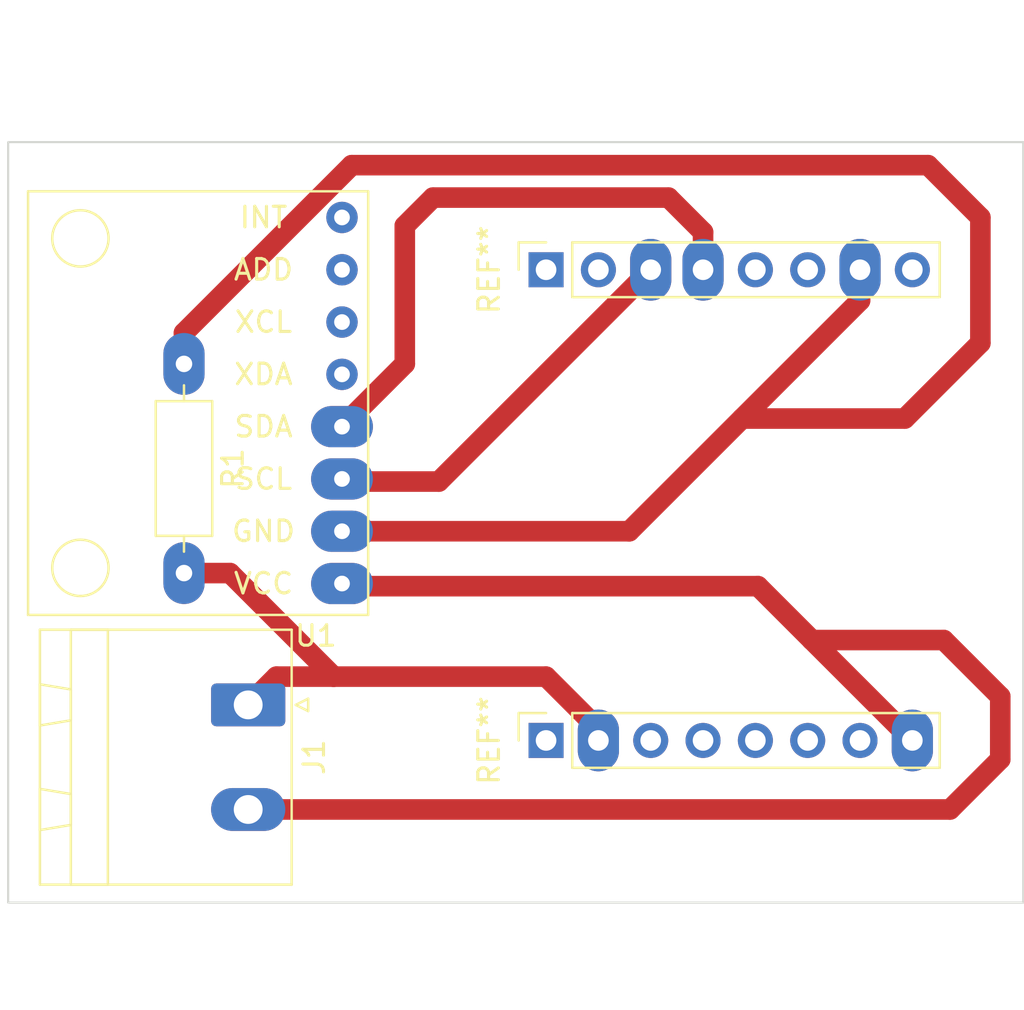
<source format=kicad_pcb>
(kicad_pcb (version 20211014) (generator pcbnew)
  (layers (0 "F.Cu" signal) (31 "B.Cu" signal) (34 "B.Paste" user) (35 "F.Paste" user) (36 "B.SilkS" user "B.Silkscreen") (37 "F.SilkS" user "F.Silkscreen") (38 "B.Mask" user) (39 "F.Mask" user) (44 "Edge.Cuts" user))
  (net 0 "")
  (footprint "Connector_PinSocket_2.54mm:PinSocket_1x08_P2.54mm_Vertical" (layer "F.Cu") (at 138.8872 82.0166 90)
    (fp_text reference "REF**" (at 0 -2.77 90) (layer "F.SilkS"))
    (fp_text value "PinSocket_1x08_P2.54mm_Vertical")
    (fp_line (start 0 -1.33) (end 1.33 -1.33) (layer "F.SilkS") (width 0.12))
    (fp_line (start -1.33 1.27) (end -1.33 19.11) (layer "F.SilkS") (width 0.12))
    (fp_line (start 1.33 1.27) (end 1.33 19.11) (layer "F.SilkS") (width 0.12))
    (fp_line (start -1.33 19.11) (end 1.33 19.11) (layer "F.SilkS") (width 0.12))
    (fp_line (start 1.33 -1.33) (end 1.33 0) (layer "F.SilkS") (width 0.12))
    (fp_line (start -1.33 1.27) (end 1.33 1.27) (layer "F.SilkS") (width 0.12))
    (pad "1" thru_hole rect (at 0 0 90) (size 1.7 1.7) (drill 1) (layers *.Cu *.Mask))
    (pad "2" thru_hole oval (at 0 2.54 90) (size 1.7 1.7) (drill 1) (layers *.Cu *.Mask))
    (pad "3" thru_hole oval (at 0 5.08 90) (size 3 2) (drill 1) (layers *.Cu *.Mask))
    (pad "4" thru_hole oval (at 0 7.62 90) (size 3 2) (drill 1) (layers *.Cu *.Mask))
    (pad "5" thru_hole oval (at 0 10.16 90) (size 1.7 1.7) (drill 1) (layers *.Cu *.Mask))
    (pad "6" thru_hole oval (at 0 12.7 90) (size 1.7 1.7) (drill 1) (layers *.Cu *.Mask))
    (pad "7" thru_hole oval (at 0 15.24 90) (size 3 2) (drill 1) (layers *.Cu *.Mask))
    (pad "8" thru_hole oval (at 0 17.78 90) (size 1.7 1.7) (drill 1) (layers *.Cu *.Mask))
  )
  (footprint "usini_sensors:module_mpu6050" (layer "F.Cu") (at 128.9812 79.4766 180)
    (fp_text reference "U1" (at 1.27 -20.32) (layer "F.SilkS"))
    (fp_text value "module_mpu6050")
    (fp_text user "ADD" (at 3.81 -2.54) (layer "F.SilkS"))
    (fp_text user "SCL" (at 3.81 -12.7) (layer "F.SilkS"))
    (fp_text user "GND" (at 3.81 -15.24) (layer "F.SilkS"))
    (fp_text user "XDA" (at 3.81 -7.62) (layer "F.SilkS"))
    (fp_text user "SDA" (at 3.81 -10.16) (layer "F.SilkS"))
    (fp_text user "VCC" (at 3.81 -17.78) (layer "F.SilkS"))
    (fp_text user "INT" (at 3.81 0) (layer "F.SilkS"))
    (fp_text user "XCL" (at 3.81 -5.08) (layer "F.SilkS"))
    (fp_line (start 15.24 1.27) (end -1.27 1.27) (layer "F.SilkS") (width 0.12))
    (fp_line (start -1.27 1.27) (end -1.27 -19.304) (layer "F.SilkS") (width 0.12))
    (fp_line (start -1.27 -19.304) (end 15.24 -19.304) (layer "F.SilkS") (width 0.12))
    (fp_line (start 15.24 -19.304) (end 15.24 1.27) (layer "F.SilkS") (width 0.12))
    (fp_circle (center 12.7 -1.016) (end 13.208 0.254) (layer "F.SilkS") (width 0.12) (fill none))
    (fp_circle (center 12.7 -17.018) (end 13.208 -15.748) (layer "F.SilkS") (width 0.12) (fill none))
    (pad "1" thru_hole oval locked (at 0 -17.78 180) (size 3 2) (drill 0.762) (layers *.Cu *.Mask))
    (pad "2" thru_hole oval locked (at 0 -15.24 180) (size 3 2) (drill 0.762) (layers *.Cu *.Mask))
    (pad "3" thru_hole oval locked (at 0 -12.7 180) (size 3 2) (drill 0.762) (layers *.Cu *.Mask))
    (pad "4" thru_hole oval locked (at 0 -10.16 180) (size 3 2) (drill 0.762) (layers *.Cu *.Mask))
    (pad "5" thru_hole circle locked (at 0 -7.62 180) (size 1.524 1.524) (drill 0.762) (layers *.Cu *.Mask))
    (pad "6" thru_hole circle locked (at 0 -5.08 180) (size 1.524 1.524) (drill 0.762) (layers *.Cu *.Mask))
    (pad "7" thru_hole circle locked (at 0 -2.54 180) (size 1.524 1.524) (drill 0.762) (layers *.Cu *.Mask))
    (pad "8" thru_hole circle locked (at 0 0 180) (size 1.524 1.524) (drill 0.762) (layers *.Cu *.Mask))
  )
  (footprint "Resistor_THT:R_Axial_DIN0207_L6.3mm_D2.5mm_P10.16mm_Horizontal" (layer "F.Cu") (at 121.3104 86.5886 -90)
    (fp_text reference "R1" (at 5.08 -2.37 90) (layer "F.SilkS"))
    (fp_text value "R")
    (fp_line (start 8.35 1.37) (end 8.35 -1.37) (layer "F.SilkS") (width 0.12))
    (fp_line (start 1.81 1.37) (end 8.35 1.37) (layer "F.SilkS") (width 0.12))
    (fp_line (start 1.04 0) (end 1.81 0) (layer "F.SilkS") (width 0.12))
    (fp_line (start 1.81 -1.37) (end 1.81 1.37) (layer "F.SilkS") (width 0.12))
    (fp_line (start 8.35 -1.37) (end 1.81 -1.37) (layer "F.SilkS") (width 0.12))
    (fp_line (start 9.12 0) (end 8.35 0) (layer "F.SilkS") (width 0.12))
    (pad "1" thru_hole oval (at 0 0 270) (size 3 2) (drill 0.8) (layers *.Cu *.Mask))
    (pad "2" thru_hole oval (at 10.16 0 270) (size 3 2) (drill 0.8) (layers *.Cu *.Mask))
  )
  (footprint "Connector_PinSocket_2.54mm:PinSocket_1x08_P2.54mm_Vertical" (layer "F.Cu") (at 138.8872 104.8766 90)
    (fp_text reference "REF**" (at 0 -2.77 90) (layer "F.SilkS"))
    (fp_text value "PinSocket_1x08_P2.54mm_Vertical")
    (fp_line (start -1.33 1.27) (end 1.33 1.27) (layer "F.SilkS") (width 0.12))
    (fp_line (start 1.33 -1.33) (end 1.33 0) (layer "F.SilkS") (width 0.12))
    (fp_line (start 1.33 1.27) (end 1.33 19.11) (layer "F.SilkS") (width 0.12))
    (fp_line (start 0 -1.33) (end 1.33 -1.33) (layer "F.SilkS") (width 0.12))
    (fp_line (start -1.33 1.27) (end -1.33 19.11) (layer "F.SilkS") (width 0.12))
    (fp_line (start -1.33 19.11) (end 1.33 19.11) (layer "F.SilkS") (width 0.12))
    (pad "1" thru_hole rect (at 0 0 90) (size 1.7 1.7) (drill 1) (layers *.Cu *.Mask))
    (pad "2" thru_hole oval (at 0 2.54 90) (size 3 2) (drill 1) (layers *.Cu *.Mask))
    (pad "3" thru_hole oval (at 0 5.08 90) (size 1.7 1.7) (drill 1) (layers *.Cu *.Mask))
    (pad "4" thru_hole oval (at 0 7.62 90) (size 1.7 1.7) (drill 1) (layers *.Cu *.Mask))
    (pad "5" thru_hole oval (at 0 10.16 90) (size 1.7 1.7) (drill 1) (layers *.Cu *.Mask))
    (pad "6" thru_hole oval (at 0 12.7 90) (size 1.7 1.7) (drill 1) (layers *.Cu *.Mask))
    (pad "7" thru_hole oval (at 0 15.24 90) (size 1.7 1.7) (drill 1) (layers *.Cu *.Mask))
    (pad "8" thru_hole oval (at 0 17.78 90) (size 3 2) (drill 1) (layers *.Cu *.Mask))
  )
  (footprint "Connector_Phoenix_MSTB:PhoenixContact_MSTBA_2,5_2-G-5,08_1x02_P5.08mm_Horizontal" (layer "F.Cu") (at 124.4275 103.1494 -90)
    (fp_text reference "J1" (at 2.54 -3.2 90) (layer "F.SilkS"))
    (fp_text value "Screw_Terminal_01x02")
    (fp_line (start -3.65 10.11) (end 8.73 10.11) (layer "F.SilkS") (width 0.12))
    (fp_line (start 0 -2.31) (end -0.3 -2.91) (layer "F.SilkS") (width 0.12))
    (fp_line (start 1 10.11) (end 0.75 8.61) (layer "F.SilkS") (width 0.12))
    (fp_line (start -0.3 -2.91) (end 0.3 -2.91) (layer "F.SilkS") (width 0.12))
    (fp_line (start 8.73 10.11) (end 8.73 -2.11) (layer "F.SilkS") (width 0.12))
    (fp_line (start -1 10.11) (end 1 10.11) (layer "F.SilkS") (width 0.12))
    (fp_line (start 8.73 -2.11) (end -3.65 -2.11) (layer "F.SilkS") (width 0.12))
    (fp_line (start 8.73 6.81) (end 8.73 8.61) (layer "F.SilkS") (width 0.12))
    (fp_line (start 4.08 10.11) (end 6.08 10.11) (layer "F.SilkS") (width 0.12))
    (fp_line (start -3.65 6.81) (end 8.73 6.81) (layer "F.SilkS") (width 0.12))
    (fp_line (start -3.65 -2.11) (end -3.65 10.11) (layer "F.SilkS") (width 0.12))
    (fp_line (start 5.83 8.61) (end 4.33 8.61) (layer "F.SilkS") (width 0.12))
    (fp_line (start 4.33 8.61) (end 4.08 10.11) (layer "F.SilkS") (width 0.12))
    (fp_line (start -0.75 8.61) (end -1 10.11) (layer "F.SilkS") (width 0.12))
    (fp_line (start 6.08 10.11) (end 5.83 8.61) (layer "F.SilkS") (width 0.12))
    (fp_line (start 0.3 -2.91) (end 0 -2.31) (layer "F.SilkS") (width 0.12))
    (fp_line (start 0.75 8.61) (end -0.75 8.61) (layer "F.SilkS") (width 0.12))
    (fp_line (start 8.73 8.61) (end -3.65 8.61) (layer "F.SilkS") (width 0.12))
    (fp_line (start -3.65 8.61) (end -3.65 6.81) (layer "F.SilkS") (width 0.12))
    (pad "1" thru_hole roundrect (at 0 0 270) (size 2.08 3.6) (drill 1.4) (layers *.Cu *.Mask) (roundrect_rratio 0.120192))
    (pad "2" thru_hole oval (at 5.08 0 270) (size 2.08 3.6) (drill 1.4) (layers *.Cu *.Mask))
  )
  (gr_rect (start 112.776 112.7506) (end 162.052 75.819) (layer "Edge.Cuts") (width 0.1) (fill none))
  (segment (start 129.3622 97.3836) (end 149.1742 97.3836) (width 1) (layer "F.Cu") (net 0))
  (segment (start 148.4002 89.2436) (end 156.2982 89.2436) (width 1) (layer "F.Cu") (net 0))
  (segment (start 157.4292 76.9366) (end 129.45431 76.9366) (width 1) (layer "F.Cu") (net 0))
  (segment (start 156.6672 104.8766) (end 151.7904 99.9998) (width 1) (layer "F.Cu") (net 0))
  (segment (start 133.6802 92.3036) (end 143.9672 82.0166) (width 1) (layer "F.Cu") (net 0))
  (segment (start 158.496 108.2294) (end 124.4275 108.2294) (width 1) (layer "F.Cu") (net 0))
  (segment (start 156.2982 89.2436) (end 159.9692 85.5726) (width 1) (layer "F.Cu") (net 0))
  (segment (start 158.1912 99.9998) (end 160.9344 102.743) (width 1) (layer "F.Cu") (net 0))
  (segment (start 129.3622 92.3036) (end 133.6802 92.3036) (width 1) (layer "F.Cu") (net 0))
  (segment (start 125.7991 101.7778) (end 124.4275 103.1494) (width 1) (layer "F.Cu") (net 0))
  (segment (start 146.5072 82.0166) (end 146.5072 80.1878) (width 1) (layer "F.Cu") (net 0))
  (segment (start 144.8308 78.5114) (end 133.4008 78.5114) (width 1) (layer "F.Cu") (net 0))
  (segment (start 129.45431 76.9366) (end 121.3104 85.08051) (width 1) (layer "F.Cu") (net 0))
  (segment (start 132.0292 86.5886) (end 128.9812 89.6366) (width 1) (layer "F.Cu") (net 0))
  (segment (start 121.3104 96.7486) (end 123.5456 96.7486) (width 1) (layer "F.Cu") (net 0))
  (segment (start 148.4002 89.2436) (end 142.9272 94.7166) (width 1) (layer "F.Cu") (net 0))
  (segment (start 123.5456 96.7486) (end 128.5748 101.7778) (width 1) (layer "F.Cu") (net 0))
  (segment (start 160.9344 102.743) (end 160.9344 105.791) (width 1) (layer "F.Cu") (net 0))
  (segment (start 159.9692 79.4766) (end 157.4292 76.9366) (width 1) (layer "F.Cu") (net 0))
  (segment (start 141.4272 104.317578) (end 138.887422 101.7778) (width 1) (layer "F.Cu") (net 0))
  (segment (start 121.3104 85.08051) (end 121.3104 86.5886) (width 1) (layer "F.Cu") (net 0))
  (segment (start 138.887422 101.7778) (end 128.5748 101.7778) (width 1) (layer "F.Cu") (net 0))
  (segment (start 160.9344 105.791) (end 158.496 108.2294) (width 1) (layer "F.Cu") (net 0))
  (segment (start 159.9692 85.5726) (end 159.9692 79.4766) (width 1) (layer "F.Cu") (net 0))
  (segment (start 154.1272 82.0166) (end 154.1272 83.5166) (width 1) (layer "F.Cu") (net 0))
  (segment (start 132.0292 79.883) (end 132.0292 86.5886) (width 1) (layer "F.Cu") (net 0))
  (segment (start 128.5748 101.7778) (end 125.7991 101.7778) (width 1) (layer "F.Cu") (net 0))
  (segment (start 133.4008 78.5114) (end 132.0292 79.883) (width 1) (layer "F.Cu") (net 0))
  (segment (start 142.9272 94.7166) (end 128.9812 94.7166) (width 1) (layer "F.Cu") (net 0))
  (segment (start 151.7904 99.9998) (end 158.1912 99.9998) (width 1) (layer "F.Cu") (net 0))
  (segment (start 128.9812 89.6366) (end 128.9812 89.2302) (width 1) (layer "F.Cu") (net 0))
  (segment (start 141.4272 104.8766) (end 141.4272 104.317578) (width 1) (layer "F.Cu") (net 0))
  (segment (start 154.1272 83.5166) (end 148.4002 89.2436) (width 1) (layer "F.Cu") (net 0))
  (segment (start 151.7904 99.9998) (end 149.1742 97.3836) (width 1) (layer "F.Cu") (net 0))
  (segment (start 146.5072 80.1878) (end 144.8308 78.5114) (width 1) (layer "F.Cu") (net 0))
)
</source>
